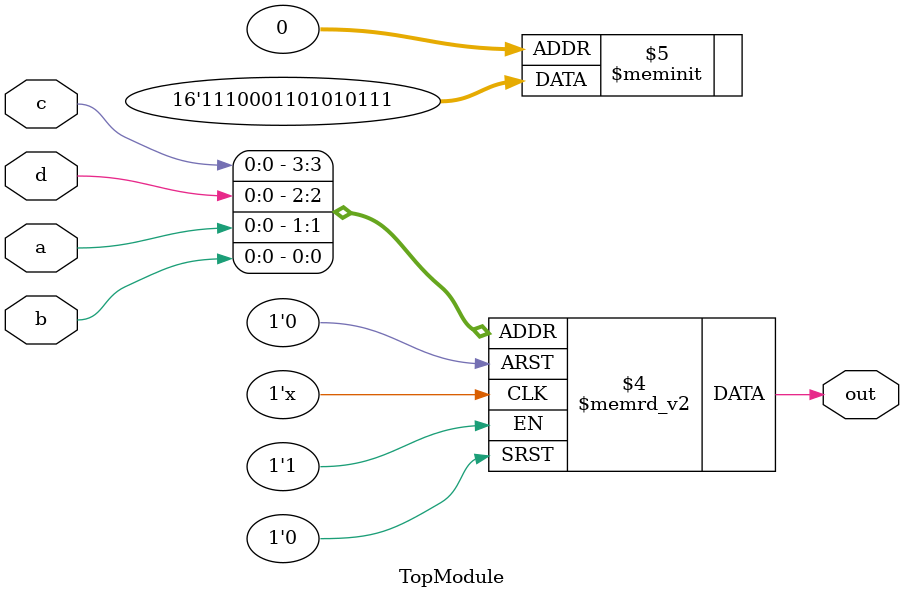
<source format=sv>
module TopModule(
    input logic a,
    input logic b,
    input logic c,
    input logic d,
    output logic out
);

    always @(*) begin
        case ({c, d, a, b})
            4'b0000: out = 1;
            4'b0001: out = 1;
            4'b0011: out = 0;
            4'b0010: out = 1;
            4'b0100: out = 1;
            4'b0101: out = 0;
            4'b0111: out = 0;
            4'b0110: out = 1;
            4'b1100: out = 0;
            4'b1101: out = 1;
            4'b1111: out = 1;
            4'b1110: out = 1;
            4'b1000: out = 1;
            4'b1001: out = 1;
            4'b1011: out = 0;
            4'b1010: out = 0;
            default: out = 0;
        endcase
    end

endmodule
</source>
